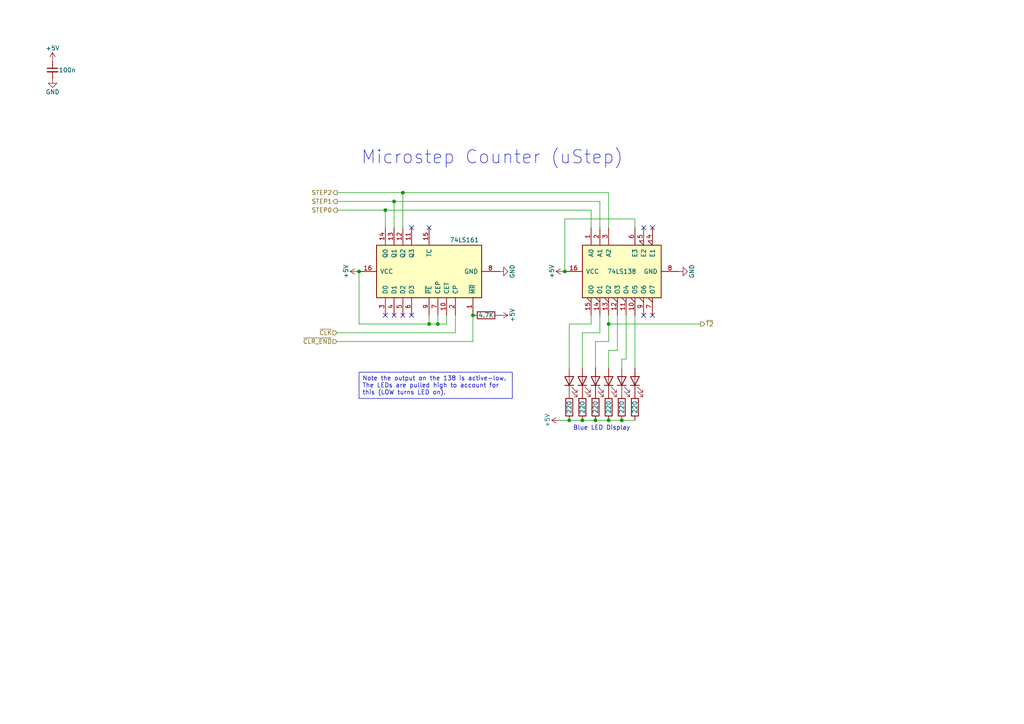
<source format=kicad_sch>
(kicad_sch (version 20250114) (generator "eeschema") (generator_version "9.0")
  (paper "A4")
  (lib_symbols
    (symbol "74xx:74LS138" (pin_names (offset 1.016))
      (property "Reference" "U" (at -7.62 11.43 0))
      (property "Value" "74LS138" (at -7.62 -13.97 0))
      (symbol "74LS138_1_0"
        (pin input line (at -12.7 7.62 0) (length 5.08) (name "A0") (number "1"))
        (pin input line (at -12.7 5.08 0) (length 5.08) (name "A1") (number "2"))
        (pin input line (at -12.7 2.54 0) (length 5.08) (name "A2") (number "3"))
        (pin input line (at -12.7 -5.08 0) (length 5.08) (name "E3") (number "6"))
        (pin input input_low (at -12.7 -7.62 0) (length 5.08) (name "E2") (number "5"))
        (pin input input_low (at -12.7 -10.16 0) (length 5.08) (name "E1") (number "4"))
        (pin power_in line (at 0 15.24 270) (length 5.08) (name "VCC") (number "16"))
        (pin power_in line (at 0 -17.78 90) (length 5.08) (name "GND") (number "8"))
        (pin output output_low (at 12.7 7.62 180) (length 5.08) (name "O0") (number "15"))
        (pin output output_low (at 12.7 5.08 180) (length 5.08) (name "O1") (number "14"))
        (pin output output_low (at 12.7 2.54 180) (length 5.08) (name "O2") (number "13"))
        (pin output output_low (at 12.7 0 180) (length 5.08) (name "O3") (number "12"))
        (pin output output_low (at 12.7 -2.54 180) (length 5.08) (name "O4") (number "11"))
        (pin output output_low (at 12.7 -5.08 180) (length 5.08) (name "O5") (number "10"))
        (pin output output_low (at 12.7 -7.62 180) (length 5.08) (name "O6") (number "9"))
        (pin output output_low (at 12.7 -10.16 180) (length 5.08) (name "O7") (number "7"))
      )
      (symbol "74LS138_1_1"
        (rectangle (start -7.62 10.16) (end 7.62 -12.7) (stroke (width 0.254)) (fill (type background)))
      )
    )
    (symbol "74xx:74LS161" (pin_names (offset 1.016))
      (property "Reference" "U" (at -7.62 16.51 0))
      (property "Value" "74LS161" (at -7.62 -16.51 0))
      (symbol "74LS161_1_0"
        (pin input line (at -12.7 12.7 0) (length 5.08) (name "D0") (number "3"))
        (pin input line (at -12.7 10.16 0) (length 5.08) (name "D1") (number "4"))
        (pin input line (at -12.7 7.62 0) (length 5.08) (name "D2") (number "5"))
        (pin input line (at -12.7 5.08 0) (length 5.08) (name "D3") (number "6"))
        (pin input line (at -12.7 0 0) (length 5.08) (name "~{PE}") (number "9"))
        (pin input line (at -12.7 -2.54 0) (length 5.08) (name "CEP") (number "7"))
        (pin input line (at -12.7 -5.08 0) (length 5.08) (name "CET") (number "10"))
        (pin input line (at -12.7 -7.62 0) (length 5.08) (name "CP") (number "2"))
        (pin input line (at -12.7 -12.7 0) (length 5.08) (name "~{MR}") (number "1"))
        (pin power_in line (at 0 20.32 270) (length 5.08) (name "VCC") (number "16"))
        (pin power_in line (at 0 -20.32 90) (length 5.08) (name "GND") (number "8"))
        (pin output line (at 12.7 12.7 180) (length 5.08) (name "Q0") (number "14"))
        (pin output line (at 12.7 10.16 180) (length 5.08) (name "Q1") (number "13"))
        (pin output line (at 12.7 7.62 180) (length 5.08) (name "Q2") (number "12"))
        (pin output line (at 12.7 5.08 180) (length 5.08) (name "Q3") (number "11"))
        (pin output line (at 12.7 0 180) (length 5.08) (name "TC") (number "15"))
      )
      (symbol "74LS161_1_1"
        (rectangle (start -7.62 15.24) (end 7.62 -15.24) (stroke (width 0.254)) (fill (type background)))
      )
    )
    (symbol "Device:C_Small" (pin_numbers (hide yes)) (pin_names (offset 0.254) (hide yes))
      (property "Reference" "C" (at 0.254 1.778 0))
      (property "Value" "C_Small" (at 0.254 -2.032 0))
      (symbol "C_Small_0_1"
        (polyline (pts (xy -1.524 0.508) (xy 1.524 0.508)) (stroke (width 0.3048)))
        (polyline (pts (xy -1.524 -0.508) (xy 1.524 -0.508)) (stroke (width 0.3302)))
      )
      (symbol "C_Small_1_1"
        (pin passive line (at 0 2.54 270) (length 2.032) (name "~") (number "1"))
        (pin passive line (at 0 -2.54 90) (length 2.032) (name "~") (number "2"))
      )
    )
    (symbol "Device:LED" (pin_numbers (hide yes)) (pin_names (offset 1.016) (hide yes))
      (property "Reference" "D" (at 0 2.54 0))
      (property "Value" "LED" (at 0 -2.54 0))
      (symbol "LED_0_1"
        (polyline (pts (xy -3.048 -0.762) (xy -4.572 -2.286) (xy -3.81 -2.286) (xy -4.572 -2.286) (xy -4.572 -1.524)))
        (polyline (pts (xy -1.778 -0.762) (xy -3.302 -2.286) (xy -2.54 -2.286) (xy -3.302 -2.286) (xy -3.302 -1.524)))
        (polyline (pts (xy -1.27 0) (xy 1.27 0)))
        (polyline (pts (xy -1.27 -1.27) (xy -1.27 1.27)) (stroke (width 0.254)))
        (polyline (pts (xy 1.27 -1.27) (xy 1.27 1.27) (xy -1.27 0) (xy 1.27 -1.27)) (stroke (width 0.254)))
      )
      (symbol "LED_1_1"
        (pin passive line (at -3.81 0 0) (length 2.54) (name "K") (number "1"))
        (pin passive line (at 3.81 0 180) (length 2.54) (name "A") (number "2"))
      )
    )
    (symbol "Device:R" (pin_numbers (hide yes)) (pin_names (offset 0))
      (property "Reference" "R" (at 2.032 0 90))
      (property "Value" "R" (at 0 0 90))
      (symbol "R_0_1"
        (rectangle (start -1.016 -2.54) (end 1.016 2.54) (stroke (width 0.254)))
      )
      (symbol "R_1_1"
        (pin passive line (at 0 3.81 270) (length 1.27) (name "~") (number "1"))
        (pin passive line (at 0 -3.81 90) (length 1.27) (name "~") (number "2"))
      )
    )
    (symbol "power:+5V" (power) (pin_numbers (hide yes)) (pin_names (offset 0) (hide yes))
      (property "Value" "+5V" (at 0 3.556 0))
      (symbol "+5V_0_1"
        (polyline (pts (xy -0.762 1.27) (xy 0 2.54)))
        (polyline (pts (xy 0 2.54) (xy 0.762 1.27)))
        (polyline (pts (xy 0 0) (xy 0 2.54)))
      )
      (symbol "+5V_1_1"
        (pin power_in line (at 0 0 90) (length 0) (name "~") (number "1"))
      )
    )
    (symbol "power:GND" (power) (pin_numbers (hide yes)) (pin_names (offset 0) (hide yes))
      (property "Value" "GND" (at 0 -3.81 0))
      (symbol "GND_0_1"
        (polyline (pts (xy 0 0) (xy 0 -1.27) (xy 1.27 -1.27) (xy 0 -2.54) (xy -1.27 -1.27) (xy 0 -1.27)))
      )
      (symbol "GND_1_1"
        (pin power_in line (at 0 0 270) (length 0) (name "~") (number "1"))
      )
    )
  )
  (text "Microstep Counter (uStep)" (at 142.748 45.72 0) (effects (font (size 3.81 3.81))))
  (text "Blue LED Display" (at 174.498 124.206 0) (effects (font (size 1.27 1.27))))
  (text_box "Note the output on the 138 is active-low.\nThe LEDs are pulled high to account for this (LOW turns LED on)." (at 104.14 107.95 0) (size 44.45 7.62) (margins 0.9525 0.9525 0.9525 0.9525) (effects (font (size 1.27 1.27)) (justify left top)))
  (junction (at 116.84 55.88))
  (junction (at 163.83 78.74))
  (junction (at 124.46 93.98))
  (junction (at 176.53 121.92))
  (junction (at 111.76 60.96))
  (junction (at 165.1 121.92))
  (junction (at 180.34 121.92))
  (junction (at 114.3 58.42))
  (junction (at 172.72 121.92))
  (junction (at 137.16 91.44))
  (junction (at 104.14 78.74))
  (junction (at 176.53 93.98))
  (junction (at 168.91 121.92))
  (junction (at 127 93.98))
  (no_connect (at 119.38 66.04))
  (no_connect (at 189.23 91.44))
  (no_connect (at 119.38 91.44))
  (no_connect (at 189.23 66.04))
  (no_connect (at 186.69 91.44))
  (no_connect (at 124.46 66.04))
  (no_connect (at 114.3 91.44))
  (no_connect (at 116.84 91.44))
  (no_connect (at 111.76 91.44))
  (no_connect (at 186.69 66.04))
  (wire (pts (xy 179.07 101.6) (xy 179.07 91.44)))
  (wire (pts (xy 116.84 66.04) (xy 116.84 55.88)))
  (wire (pts (xy 184.15 91.44) (xy 184.15 106.68)))
  (wire (pts (xy 176.53 93.98) (xy 203.2 93.98)))
  (wire (pts (xy 162.56 121.92) (xy 165.1 121.92)))
  (wire (pts (xy 97.79 60.96) (xy 111.76 60.96)))
  (wire (pts (xy 180.34 106.68) (xy 180.34 104.14)))
  (wire (pts (xy 176.53 93.98) (xy 176.53 99.06)))
  (wire (pts (xy 165.1 93.98) (xy 171.45 93.98)))
  (wire (pts (xy 114.3 66.04) (xy 114.3 58.42)))
  (wire (pts (xy 97.79 58.42) (xy 114.3 58.42)))
  (wire (pts (xy 176.53 121.92) (xy 172.72 121.92)))
  (wire (pts (xy 168.91 96.52) (xy 173.99 96.52)))
  (wire (pts (xy 111.76 60.96) (xy 171.45 60.96)))
  (wire (pts (xy 181.61 104.14) (xy 181.61 91.44)))
  (wire (pts (xy 173.99 96.52) (xy 173.99 91.44)))
  (wire (pts (xy 163.83 63.5) (xy 163.83 78.74)))
  (wire (pts (xy 172.72 106.68) (xy 172.72 99.06)))
  (wire (pts (xy 97.79 99.06) (xy 137.16 99.06)))
  (wire (pts (xy 176.53 106.68) (xy 176.53 101.6)))
  (wire (pts (xy 165.1 106.68) (xy 165.1 93.98)))
  (wire (pts (xy 176.53 93.98) (xy 176.53 91.44)))
  (wire (pts (xy 184.15 63.5) (xy 163.83 63.5)))
  (wire (pts (xy 172.72 121.92) (xy 168.91 121.92)))
  (wire (pts (xy 114.3 58.42) (xy 173.99 58.42)))
  (wire (pts (xy 132.08 96.52) (xy 132.08 91.44)))
  (wire (pts (xy 171.45 93.98) (xy 171.45 91.44)))
  (wire (pts (xy 180.34 121.92) (xy 176.53 121.92)))
  (wire (pts (xy 172.72 99.06) (xy 176.53 99.06)))
  (wire (pts (xy 124.46 93.98) (xy 104.14 93.98)))
  (wire (pts (xy 124.46 91.44) (xy 124.46 93.98)))
  (wire (pts (xy 97.79 96.52) (xy 132.08 96.52)))
  (wire (pts (xy 111.76 60.96) (xy 111.76 66.04)))
  (wire (pts (xy 176.53 55.88) (xy 176.53 66.04)))
  (wire (pts (xy 127 93.98) (xy 124.46 93.98)))
  (wire (pts (xy 171.45 60.96) (xy 171.45 66.04)))
  (wire (pts (xy 104.14 93.98) (xy 104.14 78.74)))
  (wire (pts (xy 176.53 101.6) (xy 179.07 101.6)))
  (wire (pts (xy 168.91 121.92) (xy 165.1 121.92)))
  (wire (pts (xy 180.34 104.14) (xy 181.61 104.14)))
  (wire (pts (xy 168.91 106.68) (xy 168.91 96.52)))
  (wire (pts (xy 137.16 99.06) (xy 137.16 91.44)))
  (wire (pts (xy 184.15 66.04) (xy 184.15 63.5)))
  (wire (pts (xy 97.79 55.88) (xy 116.84 55.88)))
  (wire (pts (xy 127 91.44) (xy 127 93.98)))
  (wire (pts (xy 127 93.98) (xy 129.54 93.98)))
  (wire (pts (xy 116.84 55.88) (xy 176.53 55.88)))
  (wire (pts (xy 129.54 91.44) (xy 129.54 93.98)))
  (wire (pts (xy 184.15 121.92) (xy 180.34 121.92)))
  (wire (pts (xy 173.99 58.42) (xy 173.99 66.04)))
  (hierarchical_label "STEP1" (shape output) (at 97.79 58.42 180))
  (hierarchical_label "STEP0" (shape output) (at 97.79 60.96 180))
  (hierarchical_label "~{CLR_END}" (shape input) (at 97.79 99.06 180))
  (hierarchical_label "~{T2}" (shape output) (at 203.2 93.98 0))
  (hierarchical_label "STEP2" (shape output) (at 97.79 55.88 180))
  (hierarchical_label "~{CLK}" (shape input) (at 97.79 96.52 180))
  (symbol (lib_id "power:+5V") (at 144.78 91.44 270) (unit 1)
    (property "Reference" "#PWR086" (effects (hide yes)))
    (property "Value" "+5V" (at 148.59 91.44 0))
    (property "Description" "Power symbol creates a global label with name \"+5V\"" (effects (hide yes)))
  )
  (symbol (lib_id "Device:R") (at 168.91 118.11 180) (unit 1)
    (property "Reference" "R64" (effects (hide yes)))
    (property "Value" "220" (at 168.91 118.11 90))
    (property "Footprint" "Resistor_THT:R_Axial_DIN0207_L6.3mm_D2.5mm_P7.62mm_Horizontal" (effects (hide yes)))
    (property "Description" "Resistor" (effects (hide yes)))
  )
  (symbol (lib_id "Device:LED") (at 184.15 110.49 90) (unit 1)
    (property "Reference" "D57" (effects (hide yes)))
    (property "Value" "BLU" (effects (hide yes)))
    (property "Footprint" "LED_THT:LED_D5.0mm" (effects (hide yes)))
    (property "Description" "Light emitting diode" (effects (hide yes)))
    (property "Sim.Pins" "1=K 2=A" (effects (hide yes)))
  )
  (symbol (lib_id "74xx:74LS161") (at 124.46 78.74 90) (unit 1)
    (property "Reference" "U25" (effects (hide yes)))
    (property "Value" "74LS161" (at 138.938 69.596 90) (effects (justify left)))
    (property "Footprint" "Package_DIP:DIP-16_W7.62mm_Socket_LongPads" (effects (hide yes)))
    (property "Datasheet" "http://www.ti.com/lit/gpn/sn74LS161" (effects (hide yes)))
    (property "Description" "Synchronous 4-bit programmable binary Counter" (effects (hide yes)))
  )
  (symbol (lib_id "Device:R") (at 176.53 118.11 180) (unit 1)
    (property "Reference" "R66" (effects (hide yes)))
    (property "Value" "220" (at 176.53 118.11 90))
    (property "Footprint" "Resistor_THT:R_Axial_DIN0207_L6.3mm_D2.5mm_P7.62mm_Horizontal" (effects (hide yes)))
    (property "Description" "Resistor" (effects (hide yes)))
  )
  (symbol (lib_id "Device:LED") (at 180.34 110.49 90) (unit 1)
    (property "Reference" "D56" (effects (hide yes)))
    (property "Value" "BLU" (effects (hide yes)))
    (property "Footprint" "LED_THT:LED_D5.0mm" (effects (hide yes)))
    (property "Description" "Light emitting diode" (effects (hide yes)))
    (property "Sim.Pins" "1=K 2=A" (effects (hide yes)))
  )
  (symbol (lib_id "Device:R") (at 140.97 91.44 90) (unit 1)
    (property "Reference" "R62" (effects (hide yes)))
    (property "Value" "4.7K" (at 140.97 91.44 90))
    (property "Footprint" "Resistor_THT:R_Axial_DIN0207_L6.3mm_D2.5mm_P7.62mm_Horizontal" (effects (hide yes)))
    (property "Description" "Resistor" (effects (hide yes)))
  )
  (symbol (lib_id "Device:R") (at 172.72 118.11 180) (unit 1)
    (property "Reference" "R65" (effects (hide yes)))
    (property "Value" "220" (at 172.72 118.11 90))
    (property "Footprint" "Resistor_THT:R_Axial_DIN0207_L6.3mm_D2.5mm_P7.62mm_Horizontal" (effects (hide yes)))
    (property "Description" "Resistor" (effects (hide yes)))
  )
  (symbol (lib_id "Device:R") (at 184.15 118.11 180) (unit 1)
    (property "Reference" "R68" (effects (hide yes)))
    (property "Value" "220" (at 184.15 118.11 90))
    (property "Footprint" "Resistor_THT:R_Axial_DIN0207_L6.3mm_D2.5mm_P7.62mm_Horizontal" (effects (hide yes)))
    (property "Description" "Resistor" (effects (hide yes)))
  )
  (symbol (lib_id "Device:LED") (at 165.1 110.49 90) (unit 1)
    (property "Reference" "D52" (effects (hide yes)))
    (property "Value" "BLU" (effects (hide yes)))
    (property "Footprint" "LED_THT:LED_D5.0mm" (effects (hide yes)))
    (property "Description" "Light emitting diode" (effects (hide yes)))
    (property "Sim.Pins" "1=K 2=A" (effects (hide yes)))
  )
  (symbol (lib_id "Device:R") (at 165.1 118.11 180) (unit 1)
    (property "Reference" "R63" (effects (hide yes)))
    (property "Value" "220" (at 165.1 118.11 90))
    (property "Footprint" "Resistor_THT:R_Axial_DIN0207_L6.3mm_D2.5mm_P7.62mm_Horizontal" (effects (hide yes)))
    (property "Description" "Resistor" (effects (hide yes)))
  )
  (symbol (lib_id "Device:R") (at 180.34 118.11 180) (unit 1)
    (property "Reference" "R67" (effects (hide yes)))
    (property "Value" "220" (at 180.34 118.11 90))
    (property "Footprint" "Resistor_THT:R_Axial_DIN0207_L6.3mm_D2.5mm_P7.62mm_Horizontal" (effects (hide yes)))
    (property "Description" "Resistor" (effects (hide yes)))
  )
  (symbol (lib_id "Device:LED") (at 172.72 110.49 90) (unit 1)
    (property "Reference" "D54" (effects (hide yes)))
    (property "Value" "BLU" (effects (hide yes)))
    (property "Footprint" "LED_THT:LED_D5.0mm" (effects (hide yes)))
    (property "Description" "Light emitting diode" (effects (hide yes)))
    (property "Sim.Pins" "1=K 2=A" (effects (hide yes)))
  )
  (symbol (lib_id "Device:C_Small") (at 15.24 20.32 0) (unit 1)
    (property "Reference" "C16" (effects (hide yes)))
    (property "Value" "100n" (at 17.018 20.32 0) (effects (justify left)))
    (property "Footprint" "Capacitor_THT:C_Disc_D5.0mm_W2.5mm_P5.00mm" (effects (hide yes)))
    (property "Description" "Unpolarized capacitor, small symbol" (effects (hide yes)))
  )
  (symbol (lib_id "74xx:74LS138") (at 179.07 78.74 90) (mirror x) (unit 1)
    (property "Reference" "U26" (effects (hide yes)))
    (property "Value" "74LS138" (at 180.34 78.74 90))
    (property "Footprint" "Package_DIP:DIP-16_W7.62mm_Socket_LongPads" (effects (hide yes)))
    (property "Datasheet" "http://www.ti.com/lit/gpn/sn74LS138" (effects (hide yes)))
    (property "Description" "Decoder 3 to 8 active low outputs" (effects (hide yes)))
  )
  (symbol (lib_id "power:+5V") (at 15.24 17.78 0) (unit 1)
    (property "Reference" "#PWR073" (effects (hide yes)))
    (property "Value" "+5V" (at 15.24 13.97 0))
    (property "Description" "Power symbol creates a global label with name \"+5V\"" (effects (hide yes)))
  )
  (symbol (lib_id "power:+5V") (at 163.83 78.74 90) (unit 1)
    (property "Reference" "#PWR084" (effects (hide yes)))
    (property "Value" "+5V" (at 160.02 78.74 0))
    (property "Description" "Power symbol creates a global label with name \"+5V\"" (effects (hide yes)))
  )
  (symbol (lib_id "Device:LED") (at 168.91 110.49 90) (unit 1)
    (property "Reference" "D53" (effects (hide yes)))
    (property "Value" "BLU" (effects (hide yes)))
    (property "Footprint" "LED_THT:LED_D5.0mm" (effects (hide yes)))
    (property "Description" "Light emitting diode" (effects (hide yes)))
    (property "Sim.Pins" "1=K 2=A" (effects (hide yes)))
  )
  (symbol (lib_id "power:GND") (at 144.78 78.74 90) (unit 1)
    (property "Reference" "#PWR083" (effects (hide yes)))
    (property "Value" "GND" (at 148.59 80.772 0) (effects (justify left)))
    (property "Description" "Power symbol creates a global label with name \"GND\" , ground" (effects (hide yes)))
  )
  (symbol (lib_id "power:GND") (at 196.85 78.74 90) (unit 1)
    (property "Reference" "#PWR085" (effects (hide yes)))
    (property "Value" "GND" (at 200.66 80.772 0) (effects (justify left)))
    (property "Description" "Power symbol creates a global label with name \"GND\" , ground" (effects (hide yes)))
  )
  (symbol (lib_id "power:+5V") (at 104.14 78.74 90) (unit 1)
    (property "Reference" "#PWR082" (effects (hide yes)))
    (property "Value" "+5V" (at 100.33 78.74 0))
    (property "Description" "Power symbol creates a global label with name \"+5V\"" (effects (hide yes)))
  )
  (symbol (lib_id "Device:LED") (at 176.53 110.49 90) (unit 1)
    (property "Reference" "D55" (effects (hide yes)))
    (property "Value" "BLU" (effects (hide yes)))
    (property "Footprint" "LED_THT:LED_D5.0mm" (effects (hide yes)))
    (property "Description" "Light emitting diode" (effects (hide yes)))
    (property "Sim.Pins" "1=K 2=A" (effects (hide yes)))
  )
  (symbol (lib_id "power:GND") (at 15.24 22.86 0) (unit 1)
    (property "Reference" "#PWR074" (effects (hide yes)))
    (property "Value" "GND" (at 13.208 26.67 0) (effects (justify left)))
    (property "Description" "Power symbol creates a global label with name \"GND\" , ground" (effects (hide yes)))
  )
  (symbol (lib_id "power:+5V") (at 162.56 121.92 90) (unit 1)
    (property "Reference" "#PWR087" (effects (hide yes)))
    (property "Value" "+5V" (at 158.75 121.92 0))
    (property "Description" "Power symbol creates a global label with name \"+5V\"" (effects (hide yes)))
  )
)
</source>
